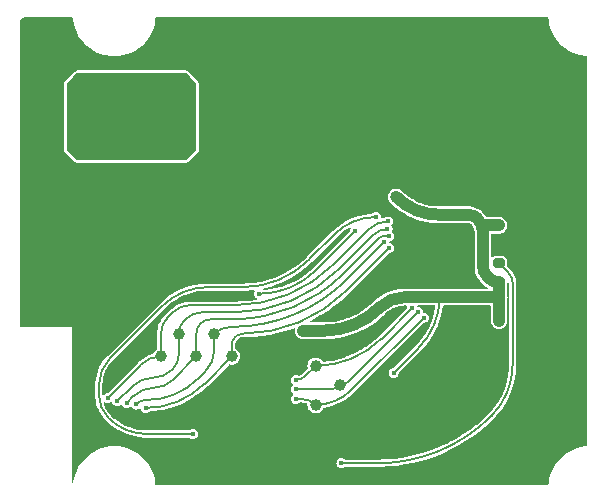
<source format=gbr>
%TF.GenerationSoftware,KiCad,Pcbnew,8.0.5*%
%TF.CreationDate,2025-01-02T11:16:24+01:00*%
%TF.ProjectId,BluetoothReceiver,426c7565-746f-46f7-9468-526563656976,rev?*%
%TF.SameCoordinates,Original*%
%TF.FileFunction,Copper,L4,Bot*%
%TF.FilePolarity,Positive*%
%FSLAX46Y46*%
G04 Gerber Fmt 4.6, Leading zero omitted, Abs format (unit mm)*
G04 Created by KiCad (PCBNEW 8.0.5) date 2025-01-02 11:16:24*
%MOMM*%
%LPD*%
G01*
G04 APERTURE LIST*
G04 Aperture macros list*
%AMRoundRect*
0 Rectangle with rounded corners*
0 $1 Rounding radius*
0 $2 $3 $4 $5 $6 $7 $8 $9 X,Y pos of 4 corners*
0 Add a 4 corners polygon primitive as box body*
4,1,4,$2,$3,$4,$5,$6,$7,$8,$9,$2,$3,0*
0 Add four circle primitives for the rounded corners*
1,1,$1+$1,$2,$3*
1,1,$1+$1,$4,$5*
1,1,$1+$1,$6,$7*
1,1,$1+$1,$8,$9*
0 Add four rect primitives between the rounded corners*
20,1,$1+$1,$2,$3,$4,$5,0*
20,1,$1+$1,$4,$5,$6,$7,0*
20,1,$1+$1,$6,$7,$8,$9,0*
20,1,$1+$1,$8,$9,$2,$3,0*%
G04 Aperture macros list end*
%TA.AperFunction,EtchedComponent*%
%ADD10C,0.200000*%
%TD*%
%TA.AperFunction,ComponentPad*%
%ADD11C,0.450000*%
%TD*%
%TA.AperFunction,SMDPad,CuDef*%
%ADD12C,1.000000*%
%TD*%
%TA.AperFunction,SMDPad,CuDef*%
%ADD13RoundRect,0.200000X0.275000X-0.200000X0.275000X0.200000X-0.275000X0.200000X-0.275000X-0.200000X0*%
%TD*%
%TA.AperFunction,ViaPad*%
%ADD14C,0.450000*%
%TD*%
%TA.AperFunction,Conductor*%
%ADD15C,0.200000*%
%TD*%
%TA.AperFunction,Conductor*%
%ADD16C,1.000000*%
%TD*%
G04 APERTURE END LIST*
D10*
%TO.C,REF\u002A\u002A*%
X136600000Y-85800000D02*
X136600000Y-91400000D01*
X135800000Y-92200000D01*
X126600000Y-92200000D01*
X125800000Y-91400000D01*
X125800000Y-85800000D01*
X126600000Y-85000000D01*
X135800000Y-85000000D01*
X136600000Y-85800000D01*
%TA.AperFunction,EtchedComponent*%
G36*
X136600000Y-85800000D02*
G01*
X136600000Y-91400000D01*
X135800000Y-92200000D01*
X126600000Y-92200000D01*
X125800000Y-91400000D01*
X125800000Y-85800000D01*
X126600000Y-85000000D01*
X135800000Y-85000000D01*
X136600000Y-85800000D01*
G37*
%TD.AperFunction*%
%TD*%
D11*
%TO.P,A1,1,GND*%
%TO.N,GND*%
X126400000Y-114100000D03*
X126400000Y-113100000D03*
X126400000Y-112100000D03*
X126400000Y-111100000D03*
X126400000Y-110100000D03*
X126400000Y-109100000D03*
X126400000Y-108100000D03*
X126400000Y-107100000D03*
X122400000Y-106100000D03*
X123400000Y-106100000D03*
X124400000Y-106100000D03*
X125400000Y-106100000D03*
X126400000Y-106100000D03*
%TD*%
D12*
%TO.P,TP10,1,1*%
%TO.N,/PIO32*%
X133700000Y-108900000D03*
%TD*%
%TO.P,TP9,1,1*%
%TO.N,/PIO31*%
X136700000Y-108900000D03*
%TD*%
%TO.P,TP8,1,1*%
%TO.N,/PIO30*%
X139700000Y-108900000D03*
%TD*%
%TO.P,TP7,1,1*%
%TO.N,/PIO29*%
X135200000Y-107000000D03*
%TD*%
%TO.P,TP5,1,1*%
%TO.N,/PIO26*%
X138200000Y-107000000D03*
%TD*%
%TO.P,TP3,1,1*%
%TO.N,/PIO6*%
X148900000Y-111300000D03*
%TD*%
%TO.P,TP2,1,1*%
%TO.N,/PIO5*%
X146800000Y-109700000D03*
%TD*%
%TO.P,TP1,1,1*%
%TO.N,/PIO3*%
X146800000Y-113000000D03*
%TD*%
D13*
%TO.P,R1,1*%
%TO.N,+3.3V*%
X162300000Y-102625000D03*
%TO.P,R1,2*%
%TO.N,Net-(J2-Pin_5)*%
X162300000Y-100975000D03*
%TD*%
D14*
%TO.N,GND*%
X149600000Y-108200000D03*
X130700000Y-109300000D03*
X132300000Y-116500000D03*
X135300000Y-117100000D03*
X134200000Y-119100000D03*
X148900000Y-113500000D03*
X147650000Y-105800000D03*
X150500000Y-103200000D03*
X152500000Y-113200000D03*
X155000000Y-119300000D03*
X153900000Y-114700000D03*
X153400000Y-109200000D03*
X157300000Y-118300000D03*
X167600000Y-115100000D03*
X158700000Y-105300000D03*
X165300000Y-96000000D03*
X162500000Y-94700000D03*
X145200000Y-100000000D03*
X149500000Y-96300000D03*
X160300000Y-92400000D03*
X153100000Y-96500000D03*
X159700000Y-81600000D03*
X152200000Y-85400000D03*
X155000000Y-84900000D03*
X163300000Y-88700000D03*
X159600000Y-90000000D03*
X154900000Y-92800000D03*
X149200000Y-94300000D03*
X146200000Y-97200000D03*
X141700000Y-99500000D03*
X157900000Y-88300000D03*
X154000000Y-91500000D03*
X148650000Y-93030000D03*
X143415419Y-97601286D03*
X154470000Y-89860000D03*
X145500000Y-90100000D03*
X146830000Y-91910000D03*
X142500000Y-95700000D03*
X136920000Y-96940000D03*
X133870000Y-101300000D03*
X141900000Y-94200000D03*
X136200000Y-95600000D03*
X133700000Y-97600000D03*
X131700000Y-99600000D03*
X130000000Y-94200000D03*
X127900000Y-97700000D03*
X141900000Y-84400000D03*
X159200000Y-117000000D03*
X140500000Y-85000000D03*
X139100000Y-85000000D03*
X137000000Y-85000000D03*
X141160000Y-92390000D03*
X138170000Y-92290000D03*
X133830000Y-93580000D03*
X146400000Y-101300000D03*
X159600000Y-102900000D03*
X158400000Y-102900000D03*
X159600000Y-101700000D03*
X158400000Y-101700000D03*
X158400000Y-98100000D03*
X159600000Y-98100000D03*
X159600000Y-99300000D03*
X158400000Y-99300000D03*
X156000000Y-98100000D03*
X154800000Y-98100000D03*
X154800000Y-99300000D03*
X156000000Y-99300000D03*
X154800000Y-101700000D03*
X154800000Y-102900000D03*
X156000000Y-102900000D03*
X156000000Y-101700000D03*
X156000000Y-100500000D03*
X154800000Y-100500000D03*
X158400000Y-100500000D03*
X159600000Y-100500000D03*
X157200000Y-101700000D03*
X157200000Y-102900000D03*
X157200000Y-99300000D03*
X157200000Y-98100000D03*
X157200000Y-100500000D03*
X155500000Y-111000000D03*
X152500000Y-106200000D03*
X152200000Y-103225000D03*
X155175000Y-95400000D03*
X158275000Y-95400000D03*
X163875000Y-97800000D03*
X163875000Y-99400000D03*
X163875000Y-101000000D03*
X164100000Y-102600000D03*
X164100000Y-104200000D03*
X164100000Y-105800000D03*
X166000000Y-109800000D03*
X164700000Y-110800000D03*
X160300000Y-112700000D03*
X160300000Y-110900000D03*
X160300000Y-111800000D03*
X163400000Y-118300000D03*
X162400000Y-117000000D03*
X150600000Y-119400000D03*
X150600000Y-116500000D03*
X138700000Y-118200000D03*
X137800000Y-117200000D03*
X137000000Y-115900000D03*
X135600000Y-113200000D03*
X141200000Y-115600000D03*
X140400000Y-115600000D03*
X140400000Y-113200000D03*
X141200000Y-113200000D03*
X143800000Y-114300000D03*
X142800000Y-115600000D03*
X145100000Y-113300000D03*
X142800000Y-113300000D03*
X145100000Y-109500000D03*
X142700000Y-109300000D03*
X143891773Y-102846530D03*
X138000000Y-103800000D03*
X138800000Y-101400000D03*
X130000000Y-103800000D03*
X130000000Y-101500000D03*
X125700000Y-103600000D03*
X124700000Y-103600000D03*
X123600000Y-103800000D03*
X122800000Y-103800000D03*
X123600000Y-101400000D03*
X122800000Y-101400000D03*
X125200000Y-92200000D03*
X123725000Y-93700000D03*
X126675000Y-93700000D03*
X126200000Y-95500000D03*
X124200000Y-95500000D03*
X167700000Y-85400000D03*
X166300000Y-84400000D03*
X165000000Y-85400000D03*
X149400000Y-83000000D03*
X148400000Y-81700000D03*
X135100000Y-81700000D03*
X136100000Y-83000000D03*
%TO.N,+3.3V*%
X153400000Y-110290000D03*
%TO.N,Net-(J2-Pin_5)*%
X148980000Y-117950000D03*
%TO.N,+3.3V*%
X146010000Y-106450000D03*
X145560000Y-106890000D03*
X152200000Y-104775000D03*
X153625000Y-95400000D03*
X162325000Y-97800000D03*
X162537271Y-106038726D03*
X162109512Y-105561611D03*
%TO.N,/BT_SYS_CTRL*%
X151900000Y-97100000D03*
X136400000Y-115470000D03*
%TO.N,/BT_~{RST}*%
X150150000Y-98290000D03*
%TO.N,/PIO32*%
X152900000Y-97470000D03*
%TO.N,/PIO29*%
X152880000Y-98120000D03*
%TO.N,/PIO31*%
X152990000Y-98750000D03*
%TO.N,/PIO26*%
X152580000Y-99250000D03*
%TO.N,/PIO30*%
X152990000Y-99750000D03*
%TO.N,/BT_~{RST}*%
X142000000Y-103600000D03*
%TO.N,/PIO32*%
X129200000Y-112410000D03*
%TO.N,/PIO29*%
X130000000Y-112680000D03*
%TO.N,/PIO31*%
X130800000Y-112850000D03*
%TO.N,/PIO26*%
X131600000Y-112970000D03*
%TO.N,/PIO30*%
X132400000Y-113270000D03*
%TO.N,/PIO3*%
X155950000Y-105620000D03*
%TO.N,/PIO6*%
X155450000Y-105170000D03*
%TO.N,/PIO5*%
X154950000Y-104820000D03*
X145120000Y-110900000D03*
%TO.N,/PIO6*%
X145120000Y-111700000D03*
%TO.N,/PIO3*%
X145120000Y-112500000D03*
%TO.N,+3.3V*%
X162325000Y-102600000D03*
%TO.N,Net-(J2-Pin_5)*%
X162325000Y-101000000D03*
%TO.N,GND*%
X124500000Y-96600000D03*
X124500000Y-97600000D03*
X124500000Y-98600000D03*
X124500000Y-99600000D03*
X124500000Y-100600000D03*
X124500000Y-101600000D03*
X125900000Y-96600000D03*
X125900000Y-97600000D03*
X125900000Y-98600000D03*
X125900000Y-99600000D03*
X125900000Y-100600000D03*
X125900000Y-101600000D03*
X126000000Y-102600000D03*
X124400000Y-102600000D03*
X137000000Y-100900000D03*
X132900000Y-100400000D03*
X126400000Y-118100000D03*
X126400000Y-117100000D03*
X126400000Y-116100000D03*
X126400000Y-115100000D03*
%TD*%
D15*
%TO.N,+3.3V*%
X155532232Y-108157768D02*
G75*
G03*
X157300010Y-103890000I-4267732J4267768D01*
G01*
D16*
X154336579Y-103890000D02*
X157300000Y-103890000D01*
X157300000Y-103890000D02*
X162305858Y-103890000D01*
D15*
X153400000Y-110290000D02*
X155532232Y-108157768D01*
%TO.N,Net-(J2-Pin_5)*%
X152012141Y-117950000D02*
X148980000Y-117950000D01*
X161670711Y-113949289D02*
G75*
G02*
X152012141Y-117950023I-9658611J9658589D01*
G01*
X163480000Y-102710000D02*
X163480000Y-109608558D01*
X163087555Y-101762555D02*
G75*
G02*
X163479997Y-102710000I-947455J-947445D01*
G01*
X163480000Y-109608558D02*
G75*
G02*
X161690012Y-113930012I-6111400J-42D01*
G01*
X161690000Y-113930000D02*
X161670711Y-113949289D01*
X162325000Y-101000000D02*
X163087555Y-101762555D01*
D16*
%TO.N,+3.3V*%
X147504355Y-106720000D02*
X145750000Y-106720000D01*
X152200000Y-104775000D02*
G75*
G02*
X147504355Y-106719981I-4695600J4695600D01*
G01*
X162305858Y-103890000D02*
G75*
G02*
X162330012Y-103899988I42J-34100D01*
G01*
X162330000Y-103900000D02*
X162330000Y-105870000D01*
X162330000Y-102612071D02*
X162330000Y-103900000D01*
X152200000Y-104775000D02*
G75*
G02*
X154336579Y-103889991I2136600J-2136600D01*
G01*
X162325000Y-97800000D02*
X160854725Y-97800000D01*
X157270462Y-96910000D02*
X159755736Y-96910000D01*
X153625000Y-95400000D02*
G75*
G03*
X157270462Y-96910016I3645500J3645500D01*
G01*
D15*
%TO.N,/PIO30*%
X140092928Y-107157072D02*
G75*
G02*
X140520417Y-106980024I427472J-427528D01*
G01*
X140570000Y-106980000D02*
G75*
G03*
X149429891Y-103310123I0J12529800D01*
G01*
X139960000Y-107290000D02*
X140092928Y-107157072D01*
X140520417Y-106980000D02*
X140570000Y-106980000D01*
X139700000Y-107917695D02*
G75*
G02*
X139960001Y-107290001I887700J-5D01*
G01*
X139700000Y-108900000D02*
X139700000Y-107917695D01*
X149429884Y-103310116D02*
X152990000Y-99750000D01*
D16*
%TO.N,+3.3V*%
X162325000Y-102600000D02*
X162330000Y-102612071D01*
D15*
%TO.N,/BT_SYS_CTRL*%
X146270000Y-100690000D02*
X148417502Y-98542498D01*
X137680316Y-103040000D02*
X140596599Y-103040000D01*
X129386812Y-109063188D02*
X133804644Y-104645356D01*
X128450000Y-112136203D02*
X128450000Y-111324852D01*
X136400000Y-115470000D02*
X132490904Y-115470000D01*
X148417502Y-98542498D02*
G75*
G02*
X151900000Y-97100001I3482498J-3482502D01*
G01*
X140596599Y-103040000D02*
G75*
G03*
X146270001Y-100690001I1J8023400D01*
G01*
X133804644Y-104645356D02*
G75*
G02*
X137680316Y-103040003I3875656J-3875644D01*
G01*
X128450000Y-111324852D02*
G75*
G02*
X129386781Y-109063157I3198500J52D01*
G01*
X129280000Y-114140000D02*
G75*
G02*
X128449999Y-112136203I2003800J2003800D01*
G01*
X132490904Y-115470000D02*
G75*
G02*
X129279999Y-114140001I-4J4540900D01*
G01*
%TO.N,/BT_~{RST}*%
X146848183Y-101591817D02*
G75*
G02*
X142000000Y-103599990I-4848183J4848217D01*
G01*
X150150000Y-98290000D02*
X146848183Y-101591817D01*
%TO.N,/PIO26*%
X139652850Y-106402393D02*
X139642750Y-106402393D01*
X139642750Y-106402393D02*
G75*
G03*
X138200014Y-107000014I50J-2040407D01*
G01*
X139710000Y-106400000D02*
X139652850Y-106402393D01*
X149474651Y-102355349D02*
G75*
G02*
X139710000Y-106400000I-9764651J9764649D01*
G01*
X152580000Y-99250000D02*
X149474651Y-102355349D01*
%TO.N,/PIO31*%
X152450000Y-98750000D02*
X152990000Y-98750000D01*
X152193934Y-98856066D02*
G75*
G02*
X152450000Y-98749991I256066J-256034D01*
G01*
X136700000Y-108900000D02*
X136700000Y-106974974D01*
X149180000Y-101870000D02*
X152193934Y-98856066D01*
X137050000Y-106130000D02*
G75*
G02*
X137967401Y-105750000I917400J-917400D01*
G01*
X139812852Y-105750000D02*
G75*
G03*
X149180014Y-101870014I48J13247100D01*
G01*
X136700000Y-106974974D02*
G75*
G02*
X137050007Y-106130007I1195000J-26D01*
G01*
X137967401Y-105750000D02*
X139812852Y-105750000D01*
%TO.N,/PIO29*%
X135830000Y-105710000D02*
X135666691Y-105873309D01*
X139840000Y-105170000D02*
X137133675Y-105170000D01*
X150418284Y-99871716D02*
X148853524Y-101436476D01*
X151667954Y-98622046D02*
X150418284Y-99871716D01*
X135666691Y-105873309D02*
G75*
G03*
X135200006Y-107000000I1126709J-1126691D01*
G01*
X137133675Y-105170000D02*
G75*
G03*
X135830007Y-105710007I25J-1843700D01*
G01*
X148853524Y-101436476D02*
G75*
G02*
X139840000Y-105170014I-9013524J9013476D01*
G01*
X152880000Y-98120000D02*
G75*
G03*
X151667952Y-98622044I0J-1714100D01*
G01*
%TO.N,/PIO32*%
X139940000Y-104560000D02*
G75*
G03*
X148356042Y-101073969I0J11902100D01*
G01*
X148356037Y-101073964D02*
X150660000Y-98770000D01*
X136150000Y-104560000D02*
X139940000Y-104560000D01*
X151295319Y-98134680D02*
X150660000Y-98770000D01*
X152900000Y-97470000D02*
G75*
G03*
X151295311Y-98134672I0J-2269400D01*
G01*
X134290000Y-105580000D02*
X134716030Y-105153970D01*
X133700000Y-107004386D02*
G75*
G02*
X134290004Y-105580004I2014400J-14D01*
G01*
X134716030Y-105153970D02*
G75*
G02*
X136150000Y-104559988I1433970J-1433930D01*
G01*
X133700000Y-108900000D02*
X133700000Y-107004386D01*
X132009964Y-109600036D02*
G75*
G02*
X133700000Y-108900008I1690036J-1690064D01*
G01*
X129200000Y-112410000D02*
X132009964Y-109600036D01*
%TO.N,/PIO29*%
X135200000Y-108816304D02*
X135200000Y-107000000D01*
X134700000Y-109970000D02*
X134740718Y-109925108D01*
X134740718Y-109925108D02*
G75*
G03*
X135199998Y-108816304I-1108818J1108808D01*
G01*
X133070000Y-110700000D02*
G75*
G03*
X134606398Y-110063606I0J2172800D01*
G01*
X131209253Y-111470747D02*
G75*
G02*
X133070000Y-110700002I1860747J-1860753D01*
G01*
X130000000Y-112680000D02*
X131209253Y-111470747D01*
X134606396Y-110063604D02*
X134700000Y-109970000D01*
%TO.N,/PIO31*%
X134700538Y-110899462D02*
X136700000Y-108900000D01*
X131371680Y-112278320D02*
G75*
G02*
X133130000Y-111549988I1758320J-1758280D01*
G01*
X130800000Y-112850000D02*
X131371680Y-112278320D01*
X133130000Y-111550000D02*
G75*
G03*
X134700543Y-110899467I0J2221100D01*
G01*
%TO.N,/PIO26*%
X138200000Y-108430051D02*
X138200000Y-107000000D01*
X137500000Y-110120000D02*
G75*
G03*
X138199979Y-108430051I-1689900J1689900D01*
G01*
X132430000Y-112590000D02*
X132511006Y-112590000D01*
X131661802Y-112908198D02*
G75*
G02*
X132430000Y-112590001I768198J-768202D01*
G01*
X136811197Y-110808802D02*
X137500000Y-110120000D01*
X131600000Y-112970000D02*
X131661802Y-112908198D01*
X132511006Y-112590000D02*
G75*
G03*
X136811197Y-110808802I-6J6081400D01*
G01*
%TO.N,/PIO30*%
X137401823Y-111198177D02*
X139700000Y-108900000D01*
X132400000Y-113270000D02*
G75*
G03*
X137401814Y-111198168I0J7073600D01*
G01*
%TO.N,/PIO3*%
X149821579Y-111748421D02*
G75*
G02*
X146800000Y-112999988I-3021579J3021621D01*
G01*
X155950000Y-105620000D02*
X149821579Y-111748421D01*
%TO.N,/PIO6*%
X149616985Y-111003015D02*
G75*
G02*
X148900000Y-111299991I-716985J717015D01*
G01*
X155450000Y-105170000D02*
X149616985Y-111003015D01*
%TO.N,/PIO5*%
X152382239Y-107387761D02*
G75*
G02*
X146800000Y-109699994I-5582239J5582261D01*
G01*
X154950000Y-104820000D02*
X152382239Y-107387761D01*
X145939412Y-110560589D02*
X146800000Y-109700000D01*
X145120000Y-110900000D02*
G75*
G03*
X145939407Y-110560584I0J1158800D01*
G01*
%TO.N,/PIO6*%
X147934315Y-111700000D02*
G75*
G03*
X148899996Y-111299996I-15J1365700D01*
G01*
X145120000Y-111700000D02*
X147934315Y-111700000D01*
%TO.N,/PIO3*%
X145592894Y-112500000D02*
G75*
G02*
X146800002Y-112999998I6J-1707100D01*
G01*
X145120000Y-112500000D02*
X145592894Y-112500000D01*
D16*
%TO.N,+3.3V*%
X162300000Y-102625000D02*
G75*
G02*
X161489135Y-102289114I0J1146700D01*
G01*
X160480000Y-97210000D02*
G75*
G03*
X159755736Y-96909985I-724300J-724300D01*
G01*
X161330000Y-102130000D02*
G75*
G02*
X160950000Y-101212599I917400J917400D01*
G01*
X160950000Y-98344680D02*
G75*
G03*
X160479994Y-97210006I-1604700J-20D01*
G01*
X161489125Y-102289124D02*
X161330000Y-102130000D01*
X160950000Y-101212599D02*
X160950000Y-98344680D01*
%TD*%
%TA.AperFunction,Conductor*%
%TO.N,GND*%
G36*
X141606781Y-103301193D02*
G01*
X141635100Y-103350242D01*
X141627668Y-103393495D01*
X141590280Y-103466874D01*
X141569196Y-103600000D01*
X141590280Y-103733126D01*
X141651471Y-103853219D01*
X141651472Y-103853220D01*
X141746780Y-103948528D01*
X141786207Y-103968617D01*
X141793498Y-103972332D01*
X141830281Y-104015399D01*
X141825837Y-104071861D01*
X141782770Y-104108644D01*
X141770247Y-104111539D01*
X141241025Y-104186252D01*
X141236901Y-104186717D01*
X140592578Y-104241066D01*
X140588433Y-104241299D01*
X140399145Y-104246609D01*
X139940737Y-104259471D01*
X139938685Y-104259500D01*
X136180663Y-104259500D01*
X136180636Y-104259489D01*
X136150000Y-104259489D01*
X136019237Y-104259489D01*
X135906008Y-104272247D01*
X135759350Y-104288771D01*
X135504390Y-104346965D01*
X135504378Y-104346969D01*
X135257548Y-104433340D01*
X135257540Y-104433343D01*
X135257537Y-104433345D01*
X135135038Y-104492338D01*
X135021908Y-104546820D01*
X134800470Y-104685961D01*
X134596000Y-104849026D01*
X134584535Y-104860492D01*
X134531519Y-104913509D01*
X134531519Y-104913510D01*
X134503540Y-104941488D01*
X134483617Y-104961412D01*
X134111169Y-105333860D01*
X134077513Y-105367515D01*
X134046350Y-105398679D01*
X134046306Y-105398729D01*
X133985595Y-105459440D01*
X133985589Y-105459447D01*
X133823488Y-105662714D01*
X133823484Y-105662720D01*
X133685154Y-105882870D01*
X133572339Y-106117133D01*
X133486472Y-106362526D01*
X133486468Y-106362538D01*
X133429416Y-106612497D01*
X133428613Y-106616016D01*
X133399500Y-106874383D01*
X133399500Y-107004384D01*
X133399500Y-107028532D01*
X133399499Y-107057935D01*
X133399500Y-107057948D01*
X133399500Y-108221862D01*
X133377826Y-108274188D01*
X133359890Y-108287385D01*
X133299152Y-108319263D01*
X133299143Y-108319269D01*
X133171817Y-108432071D01*
X133075180Y-108572073D01*
X133047370Y-108645403D01*
X133008549Y-108686643D01*
X132994647Y-108691306D01*
X132954001Y-108700584D01*
X132953969Y-108700593D01*
X132668761Y-108800389D01*
X132668739Y-108800399D01*
X132396476Y-108931512D01*
X132140593Y-109092292D01*
X131904326Y-109280705D01*
X131883128Y-109301903D01*
X131825456Y-109359573D01*
X131825453Y-109359576D01*
X131825448Y-109359580D01*
X131797481Y-109387548D01*
X131797480Y-109387549D01*
X131763824Y-109421204D01*
X131763823Y-109421205D01*
X129223931Y-111961096D01*
X129183182Y-111981859D01*
X129066873Y-112000281D01*
X128946780Y-112061471D01*
X128946779Y-112061472D01*
X128876826Y-112131426D01*
X128824500Y-112153100D01*
X128772174Y-112131426D01*
X128750500Y-112079100D01*
X128750500Y-111372445D01*
X128750501Y-111372442D01*
X128750500Y-111326663D01*
X128750589Y-111323034D01*
X128752878Y-111276424D01*
X128764272Y-111044402D01*
X128764981Y-111037212D01*
X128805643Y-110763058D01*
X128807052Y-110755971D01*
X128874390Y-110487122D01*
X128876497Y-110480179D01*
X128878834Y-110473648D01*
X128969861Y-110219231D01*
X128972625Y-110212557D01*
X129091119Y-109962013D01*
X129094539Y-109955616D01*
X129237015Y-109717898D01*
X129241027Y-109711894D01*
X129406134Y-109489266D01*
X129410717Y-109483682D01*
X129597460Y-109277634D01*
X129599926Y-109275043D01*
X133977383Y-104897587D01*
X133977388Y-104897583D01*
X133983474Y-104891496D01*
X133983476Y-104891496D01*
X134016114Y-104858856D01*
X134018165Y-104856885D01*
X134313710Y-104583686D01*
X134318108Y-104579930D01*
X134633001Y-104331687D01*
X134637679Y-104328288D01*
X134971094Y-104105506D01*
X134976014Y-104102492D01*
X135325883Y-103906555D01*
X135331025Y-103903936D01*
X135695201Y-103736047D01*
X135700530Y-103733841D01*
X136076724Y-103595057D01*
X136082222Y-103593270D01*
X136468162Y-103484424D01*
X136473785Y-103483074D01*
X136867061Y-103404848D01*
X136872777Y-103403942D01*
X137270990Y-103356812D01*
X137276736Y-103356359D01*
X137662128Y-103341218D01*
X137678967Y-103340557D01*
X137681872Y-103340500D01*
X140640691Y-103340500D01*
X140640707Y-103340499D01*
X140869087Y-103340499D01*
X140869095Y-103340499D01*
X141412921Y-103304855D01*
X141552076Y-103286534D01*
X141606781Y-103301193D01*
G37*
%TD.AperFunction*%
%TA.AperFunction,Conductor*%
G36*
X149784967Y-98000829D02*
G01*
X149789903Y-98057250D01*
X149785265Y-98068587D01*
X149759069Y-98120000D01*
X149740280Y-98156876D01*
X149721859Y-98273182D01*
X149701096Y-98313931D01*
X146669353Y-101345676D01*
X146669352Y-101345677D01*
X146636626Y-101378402D01*
X146634726Y-101380235D01*
X146295120Y-101696417D01*
X146291128Y-101699877D01*
X145930834Y-101990219D01*
X145926605Y-101993384D01*
X145546539Y-102257267D01*
X145542095Y-102260123D01*
X145144169Y-102496221D01*
X145139533Y-102498753D01*
X144725758Y-102705874D01*
X144720952Y-102708068D01*
X144293482Y-102885131D01*
X144288533Y-102886977D01*
X143849506Y-103033098D01*
X143844438Y-103034586D01*
X143396111Y-103149015D01*
X143390949Y-103150138D01*
X142935599Y-103232291D01*
X142930370Y-103233043D01*
X142470319Y-103282503D01*
X142465052Y-103282880D01*
X142458700Y-103283107D01*
X142405633Y-103263315D01*
X142382104Y-103211797D01*
X142401896Y-103158730D01*
X142441621Y-103136576D01*
X142444586Y-103135986D01*
X142487772Y-103127396D01*
X143014194Y-102986342D01*
X143530264Y-102811160D01*
X144033771Y-102602600D01*
X144522560Y-102361556D01*
X144994538Y-102089060D01*
X145447683Y-101786278D01*
X145880054Y-101454508D01*
X146289801Y-101095169D01*
X146448418Y-100936550D01*
X146448423Y-100936547D01*
X146454510Y-100930460D01*
X146454511Y-100930460D01*
X146460811Y-100924160D01*
X146460814Y-100924158D01*
X146482486Y-100902486D01*
X146516140Y-100868831D01*
X148628857Y-98756113D01*
X148631128Y-98753939D01*
X148925073Y-98484588D01*
X148929986Y-98480467D01*
X149244947Y-98238790D01*
X149250206Y-98235106D01*
X149585037Y-98021795D01*
X149590607Y-98018579D01*
X149685160Y-97969358D01*
X149741580Y-97964423D01*
X149784967Y-98000829D01*
G37*
%TD.AperFunction*%
%TA.AperFunction,Conductor*%
G36*
X126242610Y-80222174D02*
G01*
X126264183Y-80270627D01*
X126269173Y-80365853D01*
X126269173Y-80365854D01*
X126326483Y-80727693D01*
X126421299Y-81081552D01*
X126421302Y-81081559D01*
X126552591Y-81423578D01*
X126718911Y-81750000D01*
X126918441Y-82057248D01*
X127148993Y-82341957D01*
X127408043Y-82601007D01*
X127692752Y-82831559D01*
X128000000Y-83031089D01*
X128326422Y-83197409D01*
X128668441Y-83328698D01*
X128668443Y-83328698D01*
X128668447Y-83328700D01*
X128904353Y-83391910D01*
X129022309Y-83423517D01*
X129384150Y-83480827D01*
X129750000Y-83500000D01*
X130115850Y-83480827D01*
X130477691Y-83423517D01*
X130831559Y-83328698D01*
X131173578Y-83197409D01*
X131500000Y-83031089D01*
X131807248Y-82831559D01*
X132091957Y-82601007D01*
X132351007Y-82341957D01*
X132581559Y-82057248D01*
X132781089Y-81750000D01*
X132947409Y-81423578D01*
X133078698Y-81081559D01*
X133173517Y-80727691D01*
X133230827Y-80365850D01*
X133235817Y-80270626D01*
X133260200Y-80219507D01*
X133309716Y-80200500D01*
X166440284Y-80200500D01*
X166492610Y-80222174D01*
X166514183Y-80270627D01*
X166519173Y-80365853D01*
X166519173Y-80365854D01*
X166576483Y-80727693D01*
X166671299Y-81081552D01*
X166671302Y-81081559D01*
X166802591Y-81423578D01*
X166968911Y-81750000D01*
X167168441Y-82057248D01*
X167398993Y-82341957D01*
X167658043Y-82601007D01*
X167942752Y-82831559D01*
X168250000Y-83031089D01*
X168576422Y-83197409D01*
X168918441Y-83328698D01*
X168918443Y-83328698D01*
X168918447Y-83328700D01*
X169154353Y-83391910D01*
X169272309Y-83423517D01*
X169634150Y-83480827D01*
X169729374Y-83485817D01*
X169780492Y-83510199D01*
X169799500Y-83559715D01*
X169799500Y-116440283D01*
X169777826Y-116492609D01*
X169729374Y-116514182D01*
X169634145Y-116519173D01*
X169272306Y-116576483D01*
X168918447Y-116671299D01*
X168576428Y-116802588D01*
X168250001Y-116968910D01*
X167942750Y-117168442D01*
X167658040Y-117398995D01*
X167398995Y-117658040D01*
X167168442Y-117942750D01*
X166968910Y-118250001D01*
X166802588Y-118576428D01*
X166671299Y-118918447D01*
X166576483Y-119272306D01*
X166519173Y-119634145D01*
X166519173Y-119634146D01*
X166514183Y-119729373D01*
X166489800Y-119780493D01*
X166440284Y-119799500D01*
X133309716Y-119799500D01*
X133257390Y-119777826D01*
X133235817Y-119729373D01*
X133230827Y-119634150D01*
X133173517Y-119272309D01*
X133078698Y-118918441D01*
X132947409Y-118576422D01*
X132781089Y-118250000D01*
X132581559Y-117942752D01*
X132351007Y-117658043D01*
X132091957Y-117398993D01*
X131807248Y-117168441D01*
X131500000Y-116968911D01*
X131173578Y-116802591D01*
X131173573Y-116802589D01*
X131173571Y-116802588D01*
X130831552Y-116671299D01*
X130477693Y-116576483D01*
X130115854Y-116519173D01*
X129750000Y-116500000D01*
X129384146Y-116519173D01*
X129384145Y-116519173D01*
X129022306Y-116576483D01*
X128668447Y-116671299D01*
X128326428Y-116802588D01*
X128000001Y-116968910D01*
X127692750Y-117168442D01*
X127408040Y-117398995D01*
X127148995Y-117658040D01*
X126918442Y-117942750D01*
X126718910Y-118250001D01*
X126552588Y-118576428D01*
X126421299Y-118918447D01*
X126326483Y-119272306D01*
X126287089Y-119521033D01*
X126257496Y-119569324D01*
X126202424Y-119582546D01*
X126154133Y-119552953D01*
X126140000Y-119509457D01*
X126140000Y-111152962D01*
X128149497Y-111152962D01*
X128149500Y-111300001D01*
X128149500Y-112105550D01*
X128149499Y-112105552D01*
X128149499Y-112136203D01*
X128149499Y-112290181D01*
X128153153Y-112327284D01*
X128176548Y-112564822D01*
X128179684Y-112596655D01*
X128188752Y-112642242D01*
X128239762Y-112898687D01*
X128239763Y-112898692D01*
X128239764Y-112898694D01*
X128320935Y-113166279D01*
X128329159Y-113193388D01*
X128329164Y-113193402D01*
X128446185Y-113475916D01*
X128447009Y-113477904D01*
X128494266Y-113566316D01*
X128592171Y-113749484D01*
X128592179Y-113749497D01*
X128763265Y-114005547D01*
X128763270Y-114005553D01*
X128958635Y-114243607D01*
X128958638Y-114243610D01*
X128958639Y-114243611D01*
X129033859Y-114318830D01*
X129045839Y-114330810D01*
X129045841Y-114330815D01*
X129202017Y-114486990D01*
X129491308Y-114734068D01*
X129545503Y-114773443D01*
X129799088Y-114957683D01*
X130039616Y-115105079D01*
X130123455Y-115156456D01*
X130123456Y-115156457D01*
X130123460Y-115156459D01*
X130123465Y-115156462D01*
X130462439Y-115329177D01*
X130813918Y-115474764D01*
X131175737Y-115592326D01*
X131175754Y-115592330D01*
X131545645Y-115681134D01*
X131545659Y-115681136D01*
X131545664Y-115681138D01*
X131921419Y-115740651D01*
X132300685Y-115770500D01*
X132451342Y-115770500D01*
X136068100Y-115770500D01*
X136120426Y-115792174D01*
X136146780Y-115818528D01*
X136266873Y-115879718D01*
X136266873Y-115879719D01*
X136285075Y-115882601D01*
X136400000Y-115900804D01*
X136533126Y-115879719D01*
X136653220Y-115818528D01*
X136748528Y-115723220D01*
X136809719Y-115603126D01*
X136830804Y-115470000D01*
X136809719Y-115336874D01*
X136809719Y-115336873D01*
X136748528Y-115216780D01*
X136653219Y-115121471D01*
X136533126Y-115060281D01*
X136533126Y-115060280D01*
X136400000Y-115039196D01*
X136266873Y-115060280D01*
X136266873Y-115060281D01*
X136146780Y-115121471D01*
X136146779Y-115121472D01*
X136120426Y-115147826D01*
X136068100Y-115169500D01*
X132492529Y-115169500D01*
X132489301Y-115169430D01*
X132124551Y-115153504D01*
X132118120Y-115152941D01*
X131757766Y-115105500D01*
X131751409Y-115104379D01*
X131396559Y-115025712D01*
X131390323Y-115024041D01*
X131043683Y-114914745D01*
X131037616Y-114912537D01*
X130701814Y-114773443D01*
X130695964Y-114770715D01*
X130373566Y-114602886D01*
X130367975Y-114599658D01*
X130061429Y-114404367D01*
X130056141Y-114400664D01*
X129851461Y-114243607D01*
X129767792Y-114179405D01*
X129762849Y-114175259D01*
X129495222Y-113930024D01*
X129490039Y-113924775D01*
X129305955Y-113718786D01*
X129300781Y-113712298D01*
X129207431Y-113580734D01*
X129141196Y-113487385D01*
X129136788Y-113480371D01*
X129003384Y-113238994D01*
X128999784Y-113231518D01*
X128956025Y-113125874D01*
X128894246Y-112976728D01*
X128891509Y-112968904D01*
X128889902Y-112963327D01*
X128866612Y-112882482D01*
X128858159Y-112853141D01*
X128864501Y-112796860D01*
X128908782Y-112761548D01*
X128962861Y-112766721D01*
X129066873Y-112819718D01*
X129066873Y-112819719D01*
X129082374Y-112822174D01*
X129200000Y-112840804D01*
X129333126Y-112819719D01*
X129453220Y-112758528D01*
X129461379Y-112750368D01*
X129513703Y-112728693D01*
X129566030Y-112750365D01*
X129586795Y-112791117D01*
X129590280Y-112813125D01*
X129590281Y-112813126D01*
X129643108Y-112916806D01*
X129651472Y-112933220D01*
X129746780Y-113028528D01*
X129866873Y-113089718D01*
X129866873Y-113089719D01*
X129885075Y-113092601D01*
X130000000Y-113110804D01*
X130133126Y-113089719D01*
X130253220Y-113028528D01*
X130287322Y-112994425D01*
X130339647Y-112972751D01*
X130391973Y-112994424D01*
X130405582Y-113013156D01*
X130450630Y-113101569D01*
X130451472Y-113103220D01*
X130546780Y-113198528D01*
X130666873Y-113259718D01*
X130666873Y-113259719D01*
X130685075Y-113262601D01*
X130800000Y-113280804D01*
X130933126Y-113259719D01*
X131053220Y-113198528D01*
X131104199Y-113147549D01*
X131156524Y-113125874D01*
X131208850Y-113147548D01*
X131222459Y-113166279D01*
X131238890Y-113198528D01*
X131251472Y-113223220D01*
X131346780Y-113318528D01*
X131466873Y-113379718D01*
X131466873Y-113379719D01*
X131484275Y-113382475D01*
X131600000Y-113400804D01*
X131733126Y-113379719D01*
X131853220Y-113318528D01*
X131857276Y-113314471D01*
X131909599Y-113292795D01*
X131961927Y-113314466D01*
X131982693Y-113355219D01*
X131990280Y-113403125D01*
X131990281Y-113403126D01*
X132029635Y-113480364D01*
X132051472Y-113523220D01*
X132146780Y-113618528D01*
X132266873Y-113679718D01*
X132266873Y-113679719D01*
X132285075Y-113682601D01*
X132400000Y-113700804D01*
X132533126Y-113679719D01*
X132653220Y-113618528D01*
X132685735Y-113586011D01*
X132733220Y-113564494D01*
X133123181Y-113538935D01*
X133601860Y-113475916D01*
X133949882Y-113406689D01*
X134075379Y-113381726D01*
X134075383Y-113381724D01*
X134075393Y-113381723D01*
X134541751Y-113256762D01*
X134998938Y-113101567D01*
X135444995Y-112916803D01*
X135878014Y-112703261D01*
X136296138Y-112461855D01*
X136697579Y-112193618D01*
X137080617Y-111899701D01*
X137443611Y-111581361D01*
X137575925Y-111449044D01*
X137575933Y-111449039D01*
X137592635Y-111432337D01*
X137614309Y-111410661D01*
X137614310Y-111410662D01*
X137647964Y-111377007D01*
X139432623Y-109592346D01*
X139484948Y-109570673D01*
X139502648Y-109572821D01*
X139614944Y-109600500D01*
X139614948Y-109600500D01*
X139785052Y-109600500D01*
X139785056Y-109600500D01*
X139950225Y-109559790D01*
X140100852Y-109480734D01*
X140228183Y-109367929D01*
X140324818Y-109227930D01*
X140385140Y-109068872D01*
X140396875Y-108972225D01*
X140405645Y-108900003D01*
X140405645Y-108899996D01*
X140385140Y-108731128D01*
X140324818Y-108572070D01*
X140228183Y-108432071D01*
X140100856Y-108319269D01*
X140100847Y-108319263D01*
X140040110Y-108287385D01*
X140003850Y-108243876D01*
X140000500Y-108221862D01*
X140000500Y-107921332D01*
X140000856Y-107914079D01*
X140001214Y-107910434D01*
X140011069Y-107810382D01*
X140013896Y-107796172D01*
X140043085Y-107699953D01*
X140048631Y-107686565D01*
X140096028Y-107597892D01*
X140104080Y-107585840D01*
X140170199Y-107505274D01*
X140175056Y-107499915D01*
X140206140Y-107468831D01*
X140298668Y-107376302D01*
X140301975Y-107372995D01*
X140309241Y-107366625D01*
X140360648Y-107327182D01*
X140377367Y-107317530D01*
X140432716Y-107294606D01*
X140451368Y-107289610D01*
X140500480Y-107283146D01*
X140515783Y-107281133D01*
X140525438Y-107280500D01*
X140568003Y-107280502D01*
X140568006Y-107280500D01*
X140573953Y-107280501D01*
X140573978Y-107280500D01*
X140614376Y-107280500D01*
X140614527Y-107280490D01*
X140905958Y-107280490D01*
X140905972Y-107280490D01*
X141576996Y-107245323D01*
X142245259Y-107175086D01*
X142908931Y-107069971D01*
X143566192Y-106930266D01*
X144215240Y-106756355D01*
X144215252Y-106756350D01*
X144215256Y-106756350D01*
X144854273Y-106548721D01*
X144854276Y-106548719D01*
X144854297Y-106548713D01*
X144962391Y-106507219D01*
X145019007Y-106508701D01*
X145057994Y-106549784D01*
X145061487Y-106590740D01*
X145049500Y-106651007D01*
X145049500Y-106788991D01*
X145076418Y-106924322D01*
X145076421Y-106924332D01*
X145129223Y-107051808D01*
X145190582Y-107143639D01*
X145205886Y-107166542D01*
X145303458Y-107264114D01*
X145418189Y-107340775D01*
X145418190Y-107340775D01*
X145418191Y-107340776D01*
X145545667Y-107393578D01*
X145545672Y-107393580D01*
X145681007Y-107420500D01*
X145681009Y-107420500D01*
X147576934Y-107420500D01*
X147577304Y-107420481D01*
X147744674Y-107420483D01*
X148224294Y-107389050D01*
X148700831Y-107326316D01*
X149172244Y-107232548D01*
X149636515Y-107108149D01*
X150091656Y-106953652D01*
X150379631Y-106834370D01*
X150535704Y-106769723D01*
X150535706Y-106769721D01*
X150535718Y-106769717D01*
X150966799Y-106557133D01*
X151383053Y-106316810D01*
X151782698Y-106049776D01*
X152164023Y-105757177D01*
X152525394Y-105440263D01*
X152693858Y-105271797D01*
X152696856Y-105268964D01*
X152886316Y-105099651D01*
X152892795Y-105094484D01*
X153098315Y-104948659D01*
X153105320Y-104944258D01*
X153325879Y-104822359D01*
X153333316Y-104818777D01*
X153566152Y-104722332D01*
X153573955Y-104719602D01*
X153816108Y-104649838D01*
X153824191Y-104647993D01*
X154072608Y-104605784D01*
X154080838Y-104604855D01*
X154334377Y-104590616D01*
X154338527Y-104590500D01*
X154469743Y-104590500D01*
X154522069Y-104612174D01*
X154543743Y-104664500D01*
X154541111Y-104681110D01*
X154541192Y-104681123D01*
X154521859Y-104803182D01*
X154501096Y-104843931D01*
X152203410Y-107141618D01*
X152170626Y-107174402D01*
X152168886Y-107176086D01*
X151808824Y-107513319D01*
X151805183Y-107516512D01*
X151424792Y-107828690D01*
X151420950Y-107831638D01*
X151020955Y-108118270D01*
X151016929Y-108120960D01*
X150599040Y-108380819D01*
X150594846Y-108383240D01*
X150160868Y-108615205D01*
X150156525Y-108617347D01*
X149708292Y-108820439D01*
X149703818Y-108822292D01*
X149243278Y-108995626D01*
X149238693Y-108997183D01*
X148767780Y-109140032D01*
X148763103Y-109141285D01*
X148283872Y-109253026D01*
X148279122Y-109253971D01*
X147793602Y-109334131D01*
X147788801Y-109334763D01*
X147467263Y-109366431D01*
X147413065Y-109349990D01*
X147399109Y-109334824D01*
X147328183Y-109232071D01*
X147200856Y-109119269D01*
X147200853Y-109119267D01*
X147200852Y-109119266D01*
X147050225Y-109040210D01*
X147050222Y-109040209D01*
X146885058Y-108999500D01*
X146885056Y-108999500D01*
X146714944Y-108999500D01*
X146714941Y-108999500D01*
X146549777Y-109040209D01*
X146399146Y-109119267D01*
X146399143Y-109119269D01*
X146271816Y-109232071D01*
X146175181Y-109372070D01*
X146114859Y-109531128D01*
X146094355Y-109699996D01*
X146094355Y-109700003D01*
X146114859Y-109868871D01*
X146122997Y-109890328D01*
X146121287Y-109946939D01*
X146106132Y-109968895D01*
X145760580Y-110314448D01*
X145728974Y-110346054D01*
X145724708Y-110349997D01*
X145628939Y-110431794D01*
X145619545Y-110438620D01*
X145514635Y-110502911D01*
X145504288Y-110508183D01*
X145416647Y-110544485D01*
X145360009Y-110544485D01*
X145354745Y-110542058D01*
X145253126Y-110490281D01*
X145253124Y-110490280D01*
X145253123Y-110490280D01*
X145120000Y-110469196D01*
X144986873Y-110490280D01*
X144986873Y-110490281D01*
X144866780Y-110551471D01*
X144771471Y-110646780D01*
X144710281Y-110766873D01*
X144710280Y-110766873D01*
X144689196Y-110900000D01*
X144710280Y-111033126D01*
X144771471Y-111153219D01*
X144865926Y-111247674D01*
X144887600Y-111300000D01*
X144865926Y-111352326D01*
X144771472Y-111446779D01*
X144771471Y-111446780D01*
X144710281Y-111566873D01*
X144710280Y-111566873D01*
X144689196Y-111700000D01*
X144710280Y-111833126D01*
X144771471Y-111953219D01*
X144865926Y-112047674D01*
X144887600Y-112100000D01*
X144865926Y-112152326D01*
X144771472Y-112246779D01*
X144771471Y-112246780D01*
X144710281Y-112366873D01*
X144710280Y-112366873D01*
X144689196Y-112500000D01*
X144710280Y-112633126D01*
X144770017Y-112750365D01*
X144771472Y-112753220D01*
X144866780Y-112848528D01*
X144986873Y-112909718D01*
X144986873Y-112909719D01*
X145005075Y-112912601D01*
X145120000Y-112930804D01*
X145253126Y-112909719D01*
X145373220Y-112848528D01*
X145399574Y-112822174D01*
X145451900Y-112800500D01*
X145545300Y-112800500D01*
X145590466Y-112800500D01*
X145595305Y-112800657D01*
X145771658Y-112812216D01*
X145781254Y-112813480D01*
X145812616Y-112819718D01*
X145952202Y-112847483D01*
X145961533Y-112849983D01*
X146049671Y-112879901D01*
X146092254Y-112917245D01*
X146099346Y-112958892D01*
X146094355Y-113000002D01*
X146094355Y-113000003D01*
X146114859Y-113168871D01*
X146175181Y-113327929D01*
X146227086Y-113403125D01*
X146271817Y-113467929D01*
X146285853Y-113480364D01*
X146380816Y-113564494D01*
X146399148Y-113580734D01*
X146549775Y-113659790D01*
X146714944Y-113700500D01*
X146714948Y-113700500D01*
X146885052Y-113700500D01*
X146885056Y-113700500D01*
X147050225Y-113659790D01*
X147200852Y-113580734D01*
X147328183Y-113467929D01*
X147424818Y-113327930D01*
X147437156Y-113295395D01*
X147475975Y-113254156D01*
X147493491Y-113248761D01*
X147790861Y-113196328D01*
X148176633Y-113092962D01*
X148551927Y-112956367D01*
X148913888Y-112787584D01*
X149259762Y-112587895D01*
X149259765Y-112587893D01*
X149259778Y-112587885D01*
X149485464Y-112429859D01*
X149586916Y-112358823D01*
X149892860Y-112102108D01*
X149995680Y-111999288D01*
X149995684Y-111999286D01*
X150006089Y-111988881D01*
X150006090Y-111988881D01*
X150041751Y-111953220D01*
X150067718Y-111927254D01*
X150067718Y-111927252D01*
X150073805Y-111921166D01*
X150073809Y-111921161D01*
X155926068Y-106068901D01*
X155966814Y-106048140D01*
X156083126Y-106029719D01*
X156203220Y-105968528D01*
X156298528Y-105873220D01*
X156359719Y-105753126D01*
X156380804Y-105620000D01*
X156360832Y-105493903D01*
X156359719Y-105486873D01*
X156298528Y-105366780D01*
X156203219Y-105271471D01*
X156083126Y-105210281D01*
X156083126Y-105210280D01*
X155950000Y-105189196D01*
X155947046Y-105189196D01*
X155945217Y-105188438D01*
X155944248Y-105188285D01*
X155944284Y-105188052D01*
X155894720Y-105167522D01*
X155873957Y-105126772D01*
X155869662Y-105099655D01*
X155859719Y-105036874D01*
X155798528Y-104916780D01*
X155703220Y-104821472D01*
X155703219Y-104821471D01*
X155583126Y-104760281D01*
X155583126Y-104760280D01*
X155450000Y-104739196D01*
X155442725Y-104740348D01*
X155387653Y-104727123D01*
X155360766Y-104690099D01*
X155359871Y-104687341D01*
X155364336Y-104630880D01*
X155407417Y-104594113D01*
X155430258Y-104590500D01*
X156868893Y-104590500D01*
X156921219Y-104612174D01*
X156942893Y-104664500D01*
X156942380Y-104673198D01*
X156929233Y-104784268D01*
X156928324Y-104790007D01*
X156841608Y-105225958D01*
X156840252Y-105231608D01*
X156719593Y-105659429D01*
X156717797Y-105664955D01*
X156563952Y-106081967D01*
X156561729Y-106087335D01*
X156375632Y-106491009D01*
X156372994Y-106496186D01*
X156155801Y-106884008D01*
X156152765Y-106888962D01*
X155905813Y-107258550D01*
X155902397Y-107263251D01*
X155627221Y-107612308D01*
X155623448Y-107616727D01*
X155320538Y-107944410D01*
X155318524Y-107946504D01*
X153423931Y-109841096D01*
X153383182Y-109861859D01*
X153266873Y-109880281D01*
X153146780Y-109941471D01*
X153051471Y-110036780D01*
X152990281Y-110156873D01*
X152990280Y-110156873D01*
X152969196Y-110290000D01*
X152990280Y-110423126D01*
X153050877Y-110542053D01*
X153051472Y-110543220D01*
X153146780Y-110638528D01*
X153266873Y-110699718D01*
X153266873Y-110699719D01*
X153285075Y-110702601D01*
X153400000Y-110720804D01*
X153533126Y-110699719D01*
X153653220Y-110638528D01*
X153748528Y-110543220D01*
X153809719Y-110423126D01*
X153828140Y-110306814D01*
X153848901Y-110266068D01*
X155772692Y-108342279D01*
X155772693Y-108342276D01*
X155776384Y-108338586D01*
X155776474Y-108338481D01*
X155904723Y-108210236D01*
X156201104Y-107868197D01*
X156472329Y-107505885D01*
X156717015Y-107125148D01*
X156933917Y-106727925D01*
X157121928Y-106316241D01*
X157121934Y-106316224D01*
X157121938Y-106316216D01*
X157121943Y-106316204D01*
X157280081Y-105892219D01*
X157280081Y-105892217D01*
X157280091Y-105892192D01*
X157407594Y-105457957D01*
X157407596Y-105457953D01*
X157411445Y-105440263D01*
X157503803Y-105015700D01*
X157555812Y-104653967D01*
X157584712Y-104605260D01*
X157629059Y-104590500D01*
X161555500Y-104590500D01*
X161607826Y-104612174D01*
X161629500Y-104664500D01*
X161629500Y-105938993D01*
X161633886Y-105961042D01*
X161656418Y-106074322D01*
X161656421Y-106074332D01*
X161709223Y-106201808D01*
X161782936Y-106312128D01*
X161785886Y-106316542D01*
X161883458Y-106414114D01*
X161998189Y-106490775D01*
X161998190Y-106490775D01*
X161998191Y-106490776D01*
X162125667Y-106543578D01*
X162125672Y-106543580D01*
X162261007Y-106570500D01*
X162261009Y-106570500D01*
X162398991Y-106570500D01*
X162398993Y-106570500D01*
X162534328Y-106543580D01*
X162661811Y-106490775D01*
X162776542Y-106414114D01*
X162874114Y-106316542D01*
X162950775Y-106201811D01*
X163003580Y-106074328D01*
X163030500Y-105938993D01*
X163030500Y-103943492D01*
X163030965Y-103935206D01*
X163031032Y-103934617D01*
X163031965Y-103926330D01*
X163045517Y-103901809D01*
X163031965Y-103873667D01*
X163030965Y-103864791D01*
X163030500Y-103856506D01*
X163030500Y-102700249D01*
X163052174Y-102647923D01*
X163104500Y-102626249D01*
X163156826Y-102647923D01*
X163178271Y-102694440D01*
X163179272Y-102707160D01*
X163179500Y-102712954D01*
X163179500Y-103865382D01*
X163166367Y-103897086D01*
X163179500Y-103934617D01*
X163179500Y-109556420D01*
X163179499Y-109556438D01*
X163179499Y-109607106D01*
X163179442Y-109610011D01*
X163161704Y-110061579D01*
X163161248Y-110067372D01*
X163108304Y-110514707D01*
X163107395Y-110520445D01*
X163019519Y-110962243D01*
X163018163Y-110967893D01*
X162895889Y-111401451D01*
X162894093Y-111406977D01*
X162738189Y-111829579D01*
X162735966Y-111834948D01*
X162547373Y-112244040D01*
X162544735Y-112249217D01*
X162324632Y-112642242D01*
X162321596Y-112647196D01*
X162071339Y-113021733D01*
X162067924Y-113026434D01*
X161789042Y-113380196D01*
X161785268Y-113384614D01*
X161478828Y-113716118D01*
X161476815Y-113718211D01*
X161458907Y-113736120D01*
X161457518Y-113737474D01*
X160952312Y-114216897D01*
X160949433Y-114219489D01*
X160420564Y-114671188D01*
X160417553Y-114673626D01*
X159865772Y-115097023D01*
X159862638Y-115099300D01*
X159289452Y-115493241D01*
X159286203Y-115495351D01*
X158693183Y-115858755D01*
X158689828Y-115860692D01*
X158078605Y-116192561D01*
X158075153Y-116194320D01*
X157447401Y-116493744D01*
X157443862Y-116495320D01*
X156801283Y-116761486D01*
X156797666Y-116762874D01*
X156142070Y-116995035D01*
X156138385Y-116996233D01*
X155471494Y-117193777D01*
X155467752Y-117194779D01*
X154791483Y-117357139D01*
X154787694Y-117357945D01*
X154103817Y-117484695D01*
X154099990Y-117485301D01*
X153410435Y-117576085D01*
X153406582Y-117576490D01*
X152713221Y-117631060D01*
X152709352Y-117631263D01*
X152013973Y-117649475D01*
X152012036Y-117649500D01*
X149311900Y-117649500D01*
X149259574Y-117627826D01*
X149233219Y-117601471D01*
X149113126Y-117540281D01*
X149113126Y-117540280D01*
X148980000Y-117519196D01*
X148846873Y-117540280D01*
X148846873Y-117540281D01*
X148726780Y-117601471D01*
X148631471Y-117696780D01*
X148570281Y-117816873D01*
X148570280Y-117816873D01*
X148549196Y-117950000D01*
X148570280Y-118083126D01*
X148604206Y-118149708D01*
X148631472Y-118203220D01*
X148726780Y-118298528D01*
X148846873Y-118359718D01*
X148846873Y-118359719D01*
X148865075Y-118362601D01*
X148980000Y-118380804D01*
X149113126Y-118359719D01*
X149233220Y-118298528D01*
X149259574Y-118272174D01*
X149311900Y-118250500D01*
X151964547Y-118250500D01*
X151981467Y-118250500D01*
X151981522Y-118250522D01*
X152012142Y-118250522D01*
X152012142Y-118250523D01*
X152354836Y-118250522D01*
X153039397Y-118216890D01*
X153721484Y-118149708D01*
X154399452Y-118049139D01*
X155071670Y-117915425D01*
X155736516Y-117748888D01*
X156392391Y-117549929D01*
X157037712Y-117319028D01*
X157670927Y-117056740D01*
X158290509Y-116763698D01*
X158894966Y-116440608D01*
X159482842Y-116088247D01*
X160052720Y-115707466D01*
X160603228Y-115299180D01*
X161133038Y-114864374D01*
X161640876Y-114404096D01*
X161880799Y-114164171D01*
X161880841Y-114164154D01*
X161902497Y-114142497D01*
X161902498Y-114142498D01*
X162064428Y-113980568D01*
X162364359Y-113634429D01*
X162638832Y-113267775D01*
X162886448Y-112882474D01*
X163105947Y-112480491D01*
X163296208Y-112063872D01*
X163446016Y-111662219D01*
X163456254Y-111634769D01*
X163456254Y-111634768D01*
X163456264Y-111634742D01*
X163585298Y-111195286D01*
X163682652Y-110747746D01*
X163747830Y-110294400D01*
X163780501Y-109837560D01*
X163780500Y-109608556D01*
X163780500Y-109560961D01*
X163780500Y-102670438D01*
X163780500Y-102665641D01*
X163780496Y-102665579D01*
X163780496Y-102602484D01*
X163775935Y-102567835D01*
X163752429Y-102389290D01*
X163696775Y-102181584D01*
X163614486Y-101982919D01*
X163532323Y-101840608D01*
X163506972Y-101796698D01*
X163506968Y-101796692D01*
X163376071Y-101626102D01*
X163376068Y-101626098D01*
X163332235Y-101582265D01*
X163332233Y-101582262D01*
X163300041Y-101550070D01*
X163263809Y-101513837D01*
X163263798Y-101513827D01*
X162997173Y-101247202D01*
X162975499Y-101194878D01*
X162975499Y-100743482D01*
X162960646Y-100649696D01*
X162960646Y-100649695D01*
X162960645Y-100649693D01*
X162903049Y-100536657D01*
X162813343Y-100446951D01*
X162813342Y-100446950D01*
X162700304Y-100389354D01*
X162700302Y-100389353D01*
X162700301Y-100389353D01*
X162606519Y-100374500D01*
X161993480Y-100374500D01*
X161899695Y-100389353D01*
X161899693Y-100389354D01*
X161786657Y-100446950D01*
X161776826Y-100456782D01*
X161724500Y-100478456D01*
X161672174Y-100456782D01*
X161650500Y-100404456D01*
X161650500Y-98574500D01*
X161672174Y-98522174D01*
X161724500Y-98500500D01*
X162393991Y-98500500D01*
X162393993Y-98500500D01*
X162529328Y-98473580D01*
X162656811Y-98420775D01*
X162771542Y-98344114D01*
X162869114Y-98246542D01*
X162945775Y-98131811D01*
X162998580Y-98004328D01*
X163025500Y-97868993D01*
X163025500Y-97731007D01*
X162998580Y-97595672D01*
X162945775Y-97468189D01*
X162869114Y-97353458D01*
X162771542Y-97255886D01*
X162737479Y-97233126D01*
X162656808Y-97179223D01*
X162529332Y-97126421D01*
X162529322Y-97126418D01*
X162438694Y-97108391D01*
X162393993Y-97099500D01*
X162393991Y-97099500D01*
X161326288Y-97099500D01*
X161273962Y-97077826D01*
X161263630Y-97064870D01*
X161228298Y-97008639D01*
X161066867Y-96806211D01*
X160916725Y-96656069D01*
X160916542Y-96655905D01*
X160895388Y-96634751D01*
X160895384Y-96634747D01*
X160781465Y-96547333D01*
X160716018Y-96497113D01*
X160520223Y-96384068D01*
X160520221Y-96384067D01*
X160311342Y-96297542D01*
X160311339Y-96297541D01*
X160092966Y-96239022D01*
X160092959Y-96239021D01*
X160061179Y-96234836D01*
X159868801Y-96209502D01*
X159826793Y-96209501D01*
X159826755Y-96209500D01*
X159824729Y-96209500D01*
X159755761Y-96209500D01*
X159676833Y-96209498D01*
X159676832Y-96209498D01*
X159672803Y-96209498D01*
X159672767Y-96209500D01*
X157272092Y-96209500D01*
X157268864Y-96209430D01*
X156885416Y-96192685D01*
X156878985Y-96192122D01*
X156500076Y-96142235D01*
X156493718Y-96141114D01*
X156120594Y-96058393D01*
X156114358Y-96056722D01*
X155907831Y-95991603D01*
X155749858Y-95941793D01*
X155743801Y-95939588D01*
X155636920Y-95895317D01*
X155390710Y-95793332D01*
X155384860Y-95790604D01*
X155045852Y-95614127D01*
X155040261Y-95610899D01*
X154955440Y-95556862D01*
X154717933Y-95405552D01*
X154712645Y-95401849D01*
X154692536Y-95386419D01*
X154409433Y-95169187D01*
X154404505Y-95165051D01*
X154269665Y-95041493D01*
X154121262Y-94905506D01*
X154118931Y-94903274D01*
X154064519Y-94848863D01*
X154064513Y-94848858D01*
X153930859Y-94764877D01*
X153781873Y-94712745D01*
X153781862Y-94712742D01*
X153625000Y-94695068D01*
X153468137Y-94712742D01*
X153468126Y-94712745D01*
X153319141Y-94764877D01*
X153319139Y-94764877D01*
X153185486Y-94848858D01*
X153073858Y-94960486D01*
X152989877Y-95094139D01*
X152989877Y-95094141D01*
X152937745Y-95243126D01*
X152937742Y-95243137D01*
X152920068Y-95400000D01*
X152937742Y-95556862D01*
X152937745Y-95556873D01*
X152989877Y-95705858D01*
X152989877Y-95705860D01*
X153073858Y-95839513D01*
X153073859Y-95839514D01*
X153073862Y-95839518D01*
X153129672Y-95895328D01*
X153151330Y-95916986D01*
X153151367Y-95917001D01*
X153277571Y-96043206D01*
X153593694Y-96317129D01*
X153834122Y-96497112D01*
X153928543Y-96567795D01*
X153928547Y-96567797D01*
X153928553Y-96567802D01*
X154280442Y-96793948D01*
X154647566Y-96994414D01*
X155028057Y-97168180D01*
X155028067Y-97168183D01*
X155028072Y-97168186D01*
X155419955Y-97314352D01*
X155419974Y-97314359D01*
X155419983Y-97314361D01*
X155419987Y-97314363D01*
X155821311Y-97432205D01*
X155821308Y-97432205D01*
X155821318Y-97432207D01*
X155821321Y-97432208D01*
X156230053Y-97521124D01*
X156644086Y-97580656D01*
X157061300Y-97610498D01*
X157061302Y-97610499D01*
X157061311Y-97610499D01*
X157192849Y-97610499D01*
X157192857Y-97610500D01*
X157201469Y-97610500D01*
X157270457Y-97610500D01*
X157349384Y-97610500D01*
X159750857Y-97610500D01*
X159760517Y-97611133D01*
X159780324Y-97613741D01*
X159829858Y-97620263D01*
X159848506Y-97625260D01*
X159908609Y-97650157D01*
X159925328Y-97659811D01*
X159978549Y-97700649D01*
X159989770Y-97711297D01*
X160006604Y-97731007D01*
X160073036Y-97808790D01*
X160079861Y-97818184D01*
X160147908Y-97929226D01*
X160153180Y-97939572D01*
X160203023Y-98059900D01*
X160206611Y-98070944D01*
X160237013Y-98197576D01*
X160238830Y-98209044D01*
X160249272Y-98341690D01*
X160249500Y-98347497D01*
X160249500Y-101285236D01*
X160249501Y-101285257D01*
X160249501Y-101324798D01*
X160259478Y-101413342D01*
X160274626Y-101547790D01*
X160274627Y-101547791D01*
X160324556Y-101766551D01*
X160324563Y-101766573D01*
X160398665Y-101978348D01*
X160398671Y-101978363D01*
X160398673Y-101978367D01*
X160436004Y-102055885D01*
X160496034Y-102180539D01*
X160496036Y-102180543D01*
X160496037Y-102180544D01*
X160590163Y-102330346D01*
X160615428Y-102370554D01*
X160755333Y-102545989D01*
X160784024Y-102574680D01*
X160784031Y-102574688D01*
X160785887Y-102576544D01*
X160785888Y-102576545D01*
X160984492Y-102775147D01*
X160993781Y-102784437D01*
X161028732Y-102819392D01*
X161028743Y-102819398D01*
X161045143Y-102835798D01*
X161045315Y-102835953D01*
X161079403Y-102870043D01*
X161230954Y-102986338D01*
X161271514Y-103017463D01*
X161330318Y-103051415D01*
X161364796Y-103096349D01*
X161357402Y-103152501D01*
X161312468Y-103186979D01*
X161293317Y-103189500D01*
X154367233Y-103189500D01*
X154367213Y-103189492D01*
X154174062Y-103189492D01*
X153850305Y-103217819D01*
X153850285Y-103217821D01*
X153850283Y-103217822D01*
X153768229Y-103232291D01*
X153530201Y-103274263D01*
X153530194Y-103274265D01*
X153216274Y-103358380D01*
X153216269Y-103358381D01*
X152910845Y-103469547D01*
X152616272Y-103606911D01*
X152616267Y-103606913D01*
X152334797Y-103769421D01*
X152334796Y-103769422D01*
X152068564Y-103955840D01*
X151819580Y-104164763D01*
X151819574Y-104164769D01*
X151760482Y-104223860D01*
X151760483Y-104223861D01*
X151760482Y-104223862D01*
X151760481Y-104223862D01*
X151705600Y-104278742D01*
X151703700Y-104280576D01*
X151396264Y-104566808D01*
X151392272Y-104570268D01*
X151066202Y-104833031D01*
X151061973Y-104836196D01*
X150718012Y-105075012D01*
X150713568Y-105077868D01*
X150353438Y-105291542D01*
X150348801Y-105294074D01*
X149974341Y-105481514D01*
X149969536Y-105483708D01*
X149582668Y-105643952D01*
X149577719Y-105645798D01*
X149180393Y-105778039D01*
X149175325Y-105779527D01*
X148924844Y-105843458D01*
X148769584Y-105883084D01*
X148764426Y-105884207D01*
X148352334Y-105958553D01*
X148347106Y-105959305D01*
X147930754Y-106004066D01*
X147925485Y-106004443D01*
X147505136Y-106019453D01*
X147502495Y-106019500D01*
X146433344Y-106019500D01*
X146381018Y-105997826D01*
X146359344Y-105945500D01*
X146381018Y-105893174D01*
X146399749Y-105879565D01*
X146425416Y-105866487D01*
X146694171Y-105729550D01*
X147198577Y-105438332D01*
X147276082Y-105393585D01*
X147276085Y-105393582D01*
X147276092Y-105393579D01*
X147839633Y-105027613D01*
X148383248Y-104632654D01*
X148905447Y-104209787D01*
X149404800Y-103760169D01*
X149614392Y-103550577D01*
X149614395Y-103550576D01*
X149642369Y-103522602D01*
X149676024Y-103488948D01*
X149676024Y-103488946D01*
X149682111Y-103482860D01*
X149682115Y-103482855D01*
X152966068Y-100198901D01*
X153006814Y-100178140D01*
X153123126Y-100159719D01*
X153243220Y-100098528D01*
X153338528Y-100003220D01*
X153399719Y-99883126D01*
X153420804Y-99750000D01*
X153399719Y-99616874D01*
X153399719Y-99616873D01*
X153338528Y-99496780D01*
X153243219Y-99401471D01*
X153123126Y-99340281D01*
X153123125Y-99340280D01*
X153072692Y-99332293D01*
X153024401Y-99302700D01*
X153013147Y-99255824D01*
X153010804Y-99255824D01*
X153010804Y-99244176D01*
X153013150Y-99244176D01*
X153024394Y-99197308D01*
X153072680Y-99167708D01*
X153123126Y-99159719D01*
X153243220Y-99098528D01*
X153338528Y-99003220D01*
X153399719Y-98883126D01*
X153420804Y-98750000D01*
X153399719Y-98616874D01*
X153399719Y-98616873D01*
X153338528Y-98496780D01*
X153261967Y-98420219D01*
X153240293Y-98367893D01*
X153248357Y-98334301D01*
X153289719Y-98253126D01*
X153310804Y-98120000D01*
X153289719Y-97986874D01*
X153289719Y-97986873D01*
X153228528Y-97866780D01*
X153219074Y-97857326D01*
X153197400Y-97805000D01*
X153219074Y-97752674D01*
X153248528Y-97723220D01*
X153309719Y-97603126D01*
X153330804Y-97470000D01*
X153309719Y-97336874D01*
X153309719Y-97336873D01*
X153248528Y-97216780D01*
X153153219Y-97121471D01*
X153033126Y-97060281D01*
X153033126Y-97060280D01*
X152900000Y-97039196D01*
X152766876Y-97060280D01*
X152646781Y-97121471D01*
X152597122Y-97171129D01*
X152553084Y-97192337D01*
X152501680Y-97198129D01*
X152468856Y-97201828D01*
X152468855Y-97201828D01*
X152468848Y-97201829D01*
X152468846Y-97201829D01*
X152415563Y-97213990D01*
X152359726Y-97204502D01*
X152326953Y-97158310D01*
X152326009Y-97130273D01*
X152330804Y-97100000D01*
X152309719Y-96966874D01*
X152309719Y-96966873D01*
X152248528Y-96846780D01*
X152153219Y-96751471D01*
X152033126Y-96690281D01*
X152033126Y-96690280D01*
X151900000Y-96669196D01*
X151766876Y-96690280D01*
X151646781Y-96751471D01*
X151609858Y-96788393D01*
X151563339Y-96809838D01*
X151285340Y-96831718D01*
X151285337Y-96831718D01*
X150879776Y-96895952D01*
X150879751Y-96895957D01*
X150480512Y-96991806D01*
X150480484Y-96991814D01*
X150089991Y-97118693D01*
X150089951Y-97118708D01*
X149710623Y-97275830D01*
X149710616Y-97275833D01*
X149344733Y-97462259D01*
X149344732Y-97462260D01*
X148994645Y-97676794D01*
X148994629Y-97676804D01*
X148662433Y-97918158D01*
X148350191Y-98184837D01*
X148228771Y-98306257D01*
X146091170Y-100443859D01*
X146091168Y-100443860D01*
X146058369Y-100476657D01*
X146056631Y-100478340D01*
X145690428Y-100821327D01*
X145686787Y-100824520D01*
X145299875Y-101142051D01*
X145296033Y-101144999D01*
X144889181Y-101436545D01*
X144885155Y-101439235D01*
X144460101Y-101703550D01*
X144455907Y-101705971D01*
X144014490Y-101941914D01*
X144010147Y-101944056D01*
X143554229Y-102150630D01*
X143549755Y-102152483D01*
X143081319Y-102328789D01*
X143076734Y-102330346D01*
X142597748Y-102475645D01*
X142593071Y-102476898D01*
X142105623Y-102590555D01*
X142100873Y-102591500D01*
X141607029Y-102673034D01*
X141602228Y-102673666D01*
X141104101Y-102722727D01*
X141099269Y-102723043D01*
X140597769Y-102739460D01*
X140595348Y-102739500D01*
X137637129Y-102739500D01*
X137637069Y-102739503D01*
X137453160Y-102739503D01*
X137000252Y-102775146D01*
X137000249Y-102775146D01*
X136551532Y-102846215D01*
X136551507Y-102846220D01*
X136109782Y-102952268D01*
X136109754Y-102952276D01*
X135677706Y-103092656D01*
X135677692Y-103092661D01*
X135677687Y-103092663D01*
X135677675Y-103092668D01*
X135257953Y-103266522D01*
X135257940Y-103266528D01*
X134853170Y-103472769D01*
X134853149Y-103472781D01*
X134465806Y-103710145D01*
X134465790Y-103710155D01*
X134098246Y-103977191D01*
X133752780Y-104272248D01*
X129196027Y-108829001D01*
X129195921Y-108829044D01*
X129052744Y-108972226D01*
X129052737Y-108972234D01*
X128834662Y-109237967D01*
X128834643Y-109237992D01*
X128643667Y-109523819D01*
X128643664Y-109523823D01*
X128481605Y-109827026D01*
X128481602Y-109827032D01*
X128481602Y-109827033D01*
X128469330Y-109856662D01*
X128350043Y-110144659D01*
X128350042Y-110144661D01*
X128250251Y-110473648D01*
X128183189Y-110810820D01*
X128149497Y-111152962D01*
X126140000Y-111152962D01*
X126140000Y-106400000D01*
X121874500Y-106400000D01*
X121822174Y-106378326D01*
X121800500Y-106326000D01*
X121800500Y-85799996D01*
X125494500Y-85799996D01*
X125494500Y-85800000D01*
X125494500Y-91400000D01*
X125494826Y-91414109D01*
X125520530Y-91523398D01*
X125583979Y-91616021D01*
X126383979Y-92416021D01*
X126394186Y-92425767D01*
X126489641Y-92484870D01*
X126600000Y-92505500D01*
X135800009Y-92505500D01*
X135802346Y-92505445D01*
X135814109Y-92505174D01*
X135923398Y-92479470D01*
X136016021Y-92416021D01*
X136816021Y-91616021D01*
X136825767Y-91605814D01*
X136884870Y-91510359D01*
X136905500Y-91400000D01*
X136905500Y-85800000D01*
X136905174Y-85785891D01*
X136879470Y-85676602D01*
X136816021Y-85583979D01*
X136016021Y-84783979D01*
X136005814Y-84774233D01*
X135910359Y-84715130D01*
X135800003Y-84694500D01*
X135800000Y-84694500D01*
X126600000Y-84694500D01*
X126599991Y-84694500D01*
X126587301Y-84694793D01*
X126585891Y-84694826D01*
X126499562Y-84715130D01*
X126476602Y-84720530D01*
X126383982Y-84783976D01*
X126383975Y-84783982D01*
X125583978Y-85583979D01*
X125574231Y-85594188D01*
X125515130Y-85689640D01*
X125494500Y-85799996D01*
X121800500Y-85799996D01*
X121800500Y-80505824D01*
X121801411Y-80494248D01*
X121806817Y-80460118D01*
X121813325Y-80419023D01*
X121820479Y-80397007D01*
X121836352Y-80365854D01*
X121852380Y-80334397D01*
X121865984Y-80315672D01*
X121915672Y-80265984D01*
X121934397Y-80252380D01*
X121997008Y-80220478D01*
X122019023Y-80213325D01*
X122094248Y-80201410D01*
X122105824Y-80200500D01*
X122139882Y-80200500D01*
X126190284Y-80200500D01*
X126242610Y-80222174D01*
G37*
%TD.AperFunction*%
%TD*%
M02*

</source>
